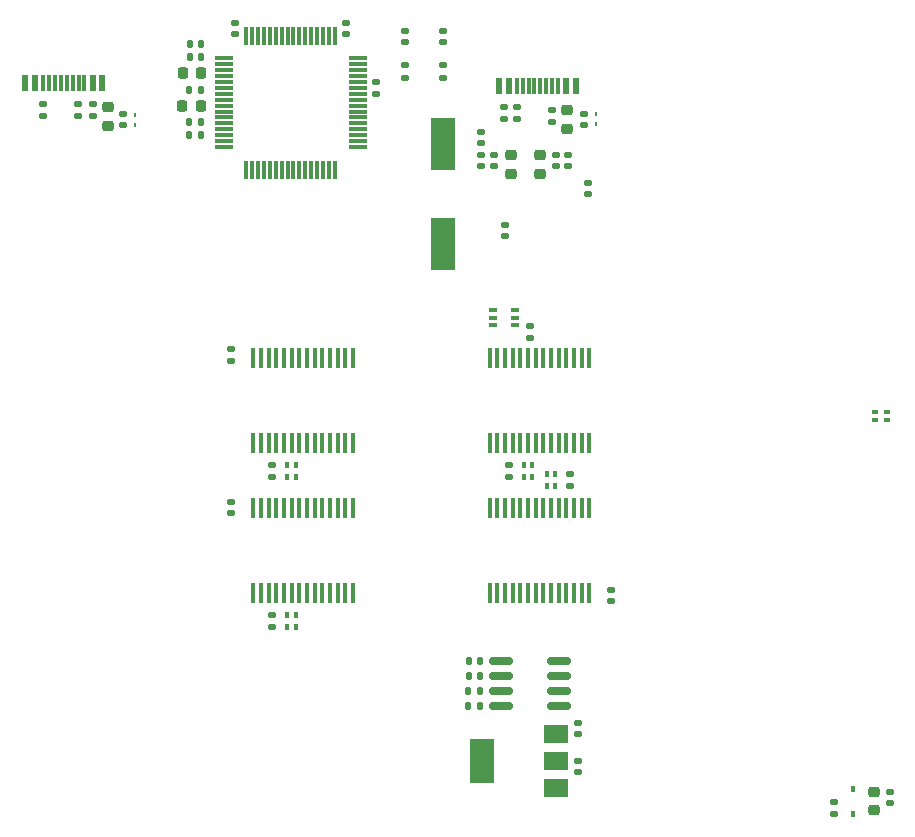
<source format=gtp>
G04 #@! TF.GenerationSoftware,KiCad,Pcbnew,(6.0.7)*
G04 #@! TF.CreationDate,2023-08-04T00:04:24+07:00*
G04 #@! TF.ProjectId,ECELab_v1,4543454c-6162-45f7-9631-2e6b69636164,rev?*
G04 #@! TF.SameCoordinates,Original*
G04 #@! TF.FileFunction,Paste,Top*
G04 #@! TF.FilePolarity,Positive*
%FSLAX46Y46*%
G04 Gerber Fmt 4.6, Leading zero omitted, Abs format (unit mm)*
G04 Created by KiCad (PCBNEW (6.0.7)) date 2023-08-04 00:04:24*
%MOMM*%
%LPD*%
G01*
G04 APERTURE LIST*
G04 Aperture macros list*
%AMRoundRect*
0 Rectangle with rounded corners*
0 $1 Rounding radius*
0 $2 $3 $4 $5 $6 $7 $8 $9 X,Y pos of 4 corners*
0 Add a 4 corners polygon primitive as box body*
4,1,4,$2,$3,$4,$5,$6,$7,$8,$9,$2,$3,0*
0 Add four circle primitives for the rounded corners*
1,1,$1+$1,$2,$3*
1,1,$1+$1,$4,$5*
1,1,$1+$1,$6,$7*
1,1,$1+$1,$8,$9*
0 Add four rect primitives between the rounded corners*
20,1,$1+$1,$2,$3,$4,$5,0*
20,1,$1+$1,$4,$5,$6,$7,0*
20,1,$1+$1,$6,$7,$8,$9,0*
20,1,$1+$1,$8,$9,$2,$3,0*%
G04 Aperture macros list end*
%ADD10RoundRect,0.135000X0.135000X0.185000X-0.135000X0.185000X-0.135000X-0.185000X0.135000X-0.185000X0*%
%ADD11RoundRect,0.135000X-0.135000X-0.185000X0.135000X-0.185000X0.135000X0.185000X-0.135000X0.185000X0*%
%ADD12R,2.000000X4.500000*%
%ADD13R,0.400000X0.500000*%
%ADD14RoundRect,0.135000X0.185000X-0.135000X0.185000X0.135000X-0.185000X0.135000X-0.185000X-0.135000X0*%
%ADD15R,0.250000X0.360000*%
%ADD16R,0.650000X0.400000*%
%ADD17R,0.450000X1.750000*%
%ADD18RoundRect,0.218750X0.256250X-0.218750X0.256250X0.218750X-0.256250X0.218750X-0.256250X-0.218750X0*%
%ADD19RoundRect,0.218750X-0.218750X-0.256250X0.218750X-0.256250X0.218750X0.256250X-0.218750X0.256250X0*%
%ADD20RoundRect,0.140000X-0.170000X0.140000X-0.170000X-0.140000X0.170000X-0.140000X0.170000X0.140000X0*%
%ADD21RoundRect,0.218750X-0.256250X0.218750X-0.256250X-0.218750X0.256250X-0.218750X0.256250X0.218750X0*%
%ADD22RoundRect,0.140000X0.140000X0.170000X-0.140000X0.170000X-0.140000X-0.170000X0.140000X-0.170000X0*%
%ADD23R,0.600000X1.450000*%
%ADD24R,0.300000X1.450000*%
%ADD25R,0.500000X0.400000*%
%ADD26RoundRect,0.147500X-0.172500X0.147500X-0.172500X-0.147500X0.172500X-0.147500X0.172500X0.147500X0*%
%ADD27RoundRect,0.140000X0.170000X-0.140000X0.170000X0.140000X-0.170000X0.140000X-0.170000X-0.140000X0*%
%ADD28R,0.450000X0.600000*%
%ADD29RoundRect,0.150000X0.825000X0.150000X-0.825000X0.150000X-0.825000X-0.150000X0.825000X-0.150000X0*%
%ADD30R,2.000000X1.500000*%
%ADD31R,2.000000X3.800000*%
%ADD32RoundRect,0.135000X-0.185000X0.135000X-0.185000X-0.135000X0.185000X-0.135000X0.185000X0.135000X0*%
%ADD33RoundRect,0.075000X-0.700000X-0.075000X0.700000X-0.075000X0.700000X0.075000X-0.700000X0.075000X0*%
%ADD34RoundRect,0.075000X-0.075000X-0.700000X0.075000X-0.700000X0.075000X0.700000X-0.075000X0.700000X0*%
G04 APERTURE END LIST*
D10*
X211468200Y-127152400D03*
X210448200Y-127152400D03*
D11*
X210448200Y-125882400D03*
X211468200Y-125882400D03*
D12*
X208356200Y-79595400D03*
X208356200Y-88095400D03*
D13*
X217150000Y-108530000D03*
X217850000Y-108530000D03*
X217850000Y-107530000D03*
X217150000Y-107530000D03*
D14*
X214579200Y-77472000D03*
X214579200Y-76452000D03*
D15*
X182295800Y-77177000D03*
X182295800Y-78017000D03*
D16*
X212537000Y-93660200D03*
X212537000Y-94310200D03*
X212537000Y-94960200D03*
X214437000Y-94960200D03*
X214437000Y-94310200D03*
X214437000Y-93660200D03*
D17*
X220735000Y-97690000D03*
X220085000Y-97690000D03*
X219435000Y-97690000D03*
X218785000Y-97690000D03*
X218135000Y-97690000D03*
X217485000Y-97690000D03*
X216835000Y-97690000D03*
X216185000Y-97690000D03*
X215535000Y-97690000D03*
X214885000Y-97690000D03*
X214235000Y-97690000D03*
X213585000Y-97690000D03*
X212935000Y-97690000D03*
X212285000Y-97690000D03*
X212285000Y-104890000D03*
X212935000Y-104890000D03*
X213585000Y-104890000D03*
X214235000Y-104890000D03*
X214885000Y-104890000D03*
X215535000Y-104890000D03*
X216185000Y-104890000D03*
X216835000Y-104890000D03*
X217485000Y-104890000D03*
X218135000Y-104890000D03*
X218785000Y-104890000D03*
X219435000Y-104890000D03*
X220085000Y-104890000D03*
X220735000Y-104890000D03*
D18*
X216585800Y-82092900D03*
X216585800Y-80517900D03*
D19*
X186283500Y-73609200D03*
X187858500Y-73609200D03*
D14*
X205079600Y-73966800D03*
X205079600Y-72946800D03*
D20*
X190703200Y-69342000D03*
X190703200Y-70302000D03*
D21*
X244850000Y-134442500D03*
X244850000Y-136017500D03*
D22*
X187830400Y-77724000D03*
X186870400Y-77724000D03*
D23*
X179475200Y-74428400D03*
X178675200Y-74428400D03*
D24*
X177475200Y-74428400D03*
X176475200Y-74428400D03*
X175975200Y-74428400D03*
X174975200Y-74428400D03*
D23*
X173775200Y-74428400D03*
X172975200Y-74428400D03*
X172975200Y-74428400D03*
X173775200Y-74428400D03*
D24*
X174475200Y-74428400D03*
X175475200Y-74428400D03*
X176975200Y-74428400D03*
X177975200Y-74428400D03*
D23*
X178675200Y-74428400D03*
X179475200Y-74428400D03*
D14*
X193900000Y-120485000D03*
X193900000Y-119465000D03*
X208330800Y-73966800D03*
X208330800Y-72946800D03*
D22*
X187855800Y-72212200D03*
X186895800Y-72212200D03*
D20*
X178663600Y-76228000D03*
X178663600Y-77188000D03*
X213537800Y-76482000D03*
X213537800Y-77442000D03*
D25*
X244940200Y-102291400D03*
X244940200Y-102991400D03*
X245940200Y-102991400D03*
X245940200Y-102291400D03*
D22*
X187830400Y-75057000D03*
X186870400Y-75057000D03*
D20*
X190400000Y-96985200D03*
X190400000Y-97945200D03*
D26*
X208330800Y-70023000D03*
X208330800Y-70993000D03*
D10*
X187860400Y-78867000D03*
X186840400Y-78867000D03*
D27*
X222600000Y-118305000D03*
X222600000Y-117345000D03*
D22*
X211463600Y-123342400D03*
X210503600Y-123342400D03*
D20*
X219760800Y-131828600D03*
X219760800Y-132788600D03*
D28*
X243021200Y-134180000D03*
X243021200Y-136280000D03*
D13*
X195850000Y-119470000D03*
X195150000Y-119470000D03*
X195150000Y-120470000D03*
X195850000Y-120470000D03*
D17*
X212275000Y-117600000D03*
X212925000Y-117600000D03*
X213575000Y-117600000D03*
X214225000Y-117600000D03*
X214875000Y-117600000D03*
X215525000Y-117600000D03*
X216175000Y-117600000D03*
X216825000Y-117600000D03*
X217475000Y-117600000D03*
X218125000Y-117600000D03*
X218775000Y-117600000D03*
X219425000Y-117600000D03*
X220075000Y-117600000D03*
X220725000Y-117600000D03*
X220725000Y-110400000D03*
X220075000Y-110400000D03*
X219425000Y-110400000D03*
X218775000Y-110400000D03*
X218125000Y-110400000D03*
X217475000Y-110400000D03*
X216825000Y-110400000D03*
X216175000Y-110400000D03*
X215525000Y-110400000D03*
X214875000Y-110400000D03*
X214225000Y-110400000D03*
X213575000Y-110400000D03*
X212925000Y-110400000D03*
X212275000Y-110400000D03*
D20*
X218948000Y-80520600D03*
X218948000Y-81480600D03*
D14*
X174472600Y-77243400D03*
X174472600Y-76223400D03*
D15*
X221259400Y-77075400D03*
X221259400Y-77915400D03*
D13*
X215860000Y-106760000D03*
X215160000Y-106760000D03*
X215160000Y-107760000D03*
X215860000Y-107760000D03*
D27*
X213588600Y-87373400D03*
X213588600Y-86413400D03*
D20*
X246196200Y-134445200D03*
X246196200Y-135405200D03*
X220599000Y-82908200D03*
X220599000Y-83868200D03*
X211582000Y-78564800D03*
X211582000Y-79524800D03*
D17*
X200725000Y-97700000D03*
X200075000Y-97700000D03*
X199425000Y-97700000D03*
X198775000Y-97700000D03*
X198125000Y-97700000D03*
X197475000Y-97700000D03*
X196825000Y-97700000D03*
X196175000Y-97700000D03*
X195525000Y-97700000D03*
X194875000Y-97700000D03*
X194225000Y-97700000D03*
X193575000Y-97700000D03*
X192925000Y-97700000D03*
X192275000Y-97700000D03*
X192275000Y-104900000D03*
X192925000Y-104900000D03*
X193575000Y-104900000D03*
X194225000Y-104900000D03*
X194875000Y-104900000D03*
X195525000Y-104900000D03*
X196175000Y-104900000D03*
X196825000Y-104900000D03*
X197475000Y-104900000D03*
X198125000Y-104900000D03*
X198775000Y-104900000D03*
X199425000Y-104900000D03*
X200075000Y-104900000D03*
X200725000Y-104900000D03*
D27*
X181279800Y-78026200D03*
X181279800Y-77066200D03*
D20*
X211582000Y-81480600D03*
X211582000Y-80520600D03*
D17*
X200725000Y-110400000D03*
X200075000Y-110400000D03*
X199425000Y-110400000D03*
X198775000Y-110400000D03*
X198125000Y-110400000D03*
X197475000Y-110400000D03*
X196825000Y-110400000D03*
X196175000Y-110400000D03*
X195525000Y-110400000D03*
X194875000Y-110400000D03*
X194225000Y-110400000D03*
X193575000Y-110400000D03*
X192925000Y-110400000D03*
X192275000Y-110400000D03*
X192275000Y-117600000D03*
X192925000Y-117600000D03*
X193575000Y-117600000D03*
X194225000Y-117600000D03*
X194875000Y-117600000D03*
X195525000Y-117600000D03*
X196175000Y-117600000D03*
X196825000Y-117600000D03*
X197475000Y-117600000D03*
X198125000Y-117600000D03*
X198775000Y-117600000D03*
X199425000Y-117600000D03*
X200075000Y-117600000D03*
X200725000Y-117600000D03*
D23*
X219581800Y-74706600D03*
X218781800Y-74706600D03*
D24*
X217581800Y-74706600D03*
X216581800Y-74706600D03*
X216081800Y-74706600D03*
X215081800Y-74706600D03*
D23*
X213881800Y-74706600D03*
X213081800Y-74706600D03*
X213081800Y-74706600D03*
X213881800Y-74706600D03*
D24*
X214581800Y-74706600D03*
X215581800Y-74706600D03*
X217081800Y-74706600D03*
X218081800Y-74706600D03*
D23*
X218781800Y-74706600D03*
X219581800Y-74706600D03*
D18*
X214071200Y-82092900D03*
X214071200Y-80517900D03*
D19*
X186258100Y-76352400D03*
X187833100Y-76352400D03*
D29*
X218183000Y-127152400D03*
X218183000Y-125882400D03*
X218183000Y-124612400D03*
X218183000Y-123342400D03*
X213233000Y-123342400D03*
X213233000Y-124612400D03*
X213233000Y-125882400D03*
X213233000Y-127152400D03*
D27*
X241471800Y-136294200D03*
X241471800Y-135334200D03*
D22*
X211463600Y-124612400D03*
X210503600Y-124612400D03*
D30*
X217907000Y-134126000D03*
X217907000Y-131826000D03*
D31*
X211607000Y-131826000D03*
D30*
X217907000Y-129526000D03*
D21*
X179984400Y-76479300D03*
X179984400Y-78054300D03*
D27*
X220243400Y-77975400D03*
X220243400Y-77015400D03*
D32*
X217601800Y-76731400D03*
X217601800Y-77751400D03*
D13*
X195850000Y-106770000D03*
X195150000Y-106770000D03*
X195150000Y-107770000D03*
X195850000Y-107770000D03*
D26*
X205079600Y-70025400D03*
X205079600Y-70995400D03*
D14*
X213910000Y-107775000D03*
X213910000Y-106755000D03*
D22*
X186895800Y-71170800D03*
X187855800Y-71170800D03*
D14*
X193900000Y-107785000D03*
X193900000Y-106765000D03*
D20*
X217932000Y-80520600D03*
X217932000Y-81480600D03*
X200126600Y-69319200D03*
X200126600Y-70279200D03*
D27*
X219760800Y-129537400D03*
X219760800Y-128577400D03*
X202692000Y-75333800D03*
X202692000Y-74373800D03*
D32*
X219100000Y-107515000D03*
X219100000Y-108535000D03*
D20*
X215743200Y-95040000D03*
X215743200Y-96000000D03*
D33*
X189752600Y-72348400D03*
X189752600Y-72848400D03*
X189752600Y-73348400D03*
X189752600Y-73848400D03*
X189752600Y-74348400D03*
X189752600Y-74848400D03*
X189752600Y-75348400D03*
X189752600Y-75848400D03*
X189752600Y-76348400D03*
X189752600Y-76848400D03*
X189752600Y-77348400D03*
X189752600Y-77848400D03*
X189752600Y-78348400D03*
X189752600Y-78848400D03*
X189752600Y-79348400D03*
X189752600Y-79848400D03*
D34*
X191677600Y-81773400D03*
X192177600Y-81773400D03*
X192677600Y-81773400D03*
X193177600Y-81773400D03*
X193677600Y-81773400D03*
X194177600Y-81773400D03*
X194677600Y-81773400D03*
X195177600Y-81773400D03*
X195677600Y-81773400D03*
X196177600Y-81773400D03*
X196677600Y-81773400D03*
X197177600Y-81773400D03*
X197677600Y-81773400D03*
X198177600Y-81773400D03*
X198677600Y-81773400D03*
X199177600Y-81773400D03*
D33*
X201102600Y-79848400D03*
X201102600Y-79348400D03*
X201102600Y-78848400D03*
X201102600Y-78348400D03*
X201102600Y-77848400D03*
X201102600Y-77348400D03*
X201102600Y-76848400D03*
X201102600Y-76348400D03*
X201102600Y-75848400D03*
X201102600Y-75348400D03*
X201102600Y-74848400D03*
X201102600Y-74348400D03*
X201102600Y-73848400D03*
X201102600Y-73348400D03*
X201102600Y-72848400D03*
X201102600Y-72348400D03*
D34*
X199177600Y-70423400D03*
X198677600Y-70423400D03*
X198177600Y-70423400D03*
X197677600Y-70423400D03*
X197177600Y-70423400D03*
X196677600Y-70423400D03*
X196177600Y-70423400D03*
X195677600Y-70423400D03*
X195177600Y-70423400D03*
X194677600Y-70423400D03*
X194177600Y-70423400D03*
X193677600Y-70423400D03*
X193177600Y-70423400D03*
X192677600Y-70423400D03*
X192177600Y-70423400D03*
X191677600Y-70423400D03*
D21*
X218871800Y-76707900D03*
X218871800Y-78282900D03*
D20*
X212674200Y-80520600D03*
X212674200Y-81480600D03*
D32*
X177469800Y-76198000D03*
X177469800Y-77218000D03*
D27*
X190423800Y-110868400D03*
X190423800Y-109908400D03*
M02*

</source>
